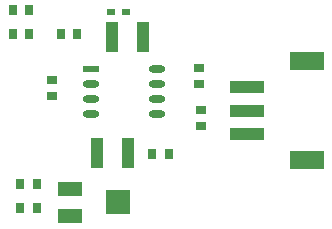
<source format=gtp>
%FSLAX23Y23*%
%MOIN*%
G70*
G01*
G75*
G04 Layer_Color=8421504*
%ADD10R,0.118X0.039*%
%ADD11R,0.118X0.059*%
%ADD12R,0.025X0.020*%
%ADD13R,0.079X0.079*%
%ADD14R,0.079X0.051*%
%ADD15O,0.055X0.024*%
%ADD16R,0.055X0.024*%
%ADD17R,0.031X0.035*%
%ADD18R,0.035X0.031*%
%ADD19R,0.043X0.102*%
%ADD20C,0.010*%
%ADD21R,0.105X0.150*%
%ADD22C,0.050*%
%ADD23C,0.039*%
%ADD24C,0.236*%
%ADD25R,0.105X0.155*%
%ADD26C,0.008*%
%ADD27C,0.000*%
%ADD28C,0.004*%
D10*
X1040Y554D02*
D03*
Y475D02*
D03*
Y396D02*
D03*
Y554D02*
D03*
D11*
X1237Y640D02*
D03*
Y310D02*
D03*
D12*
X585Y805D02*
D03*
X635D02*
D03*
D13*
X607Y170D02*
D03*
D14*
X450Y124D02*
D03*
Y215D02*
D03*
D15*
X740Y465D02*
D03*
Y515D02*
D03*
Y565D02*
D03*
Y615D02*
D03*
X520Y465D02*
D03*
Y515D02*
D03*
Y565D02*
D03*
D16*
Y615D02*
D03*
D17*
X313Y730D02*
D03*
X257D02*
D03*
X473D02*
D03*
X417D02*
D03*
X722Y330D02*
D03*
X778D02*
D03*
X313Y810D02*
D03*
X257D02*
D03*
X338Y230D02*
D03*
X282D02*
D03*
X338Y150D02*
D03*
X282D02*
D03*
D18*
X880Y562D02*
D03*
Y618D02*
D03*
X390Y578D02*
D03*
Y522D02*
D03*
X885Y422D02*
D03*
Y478D02*
D03*
D19*
X643Y335D02*
D03*
X537D02*
D03*
X693Y720D02*
D03*
X587D02*
D03*
M02*

</source>
